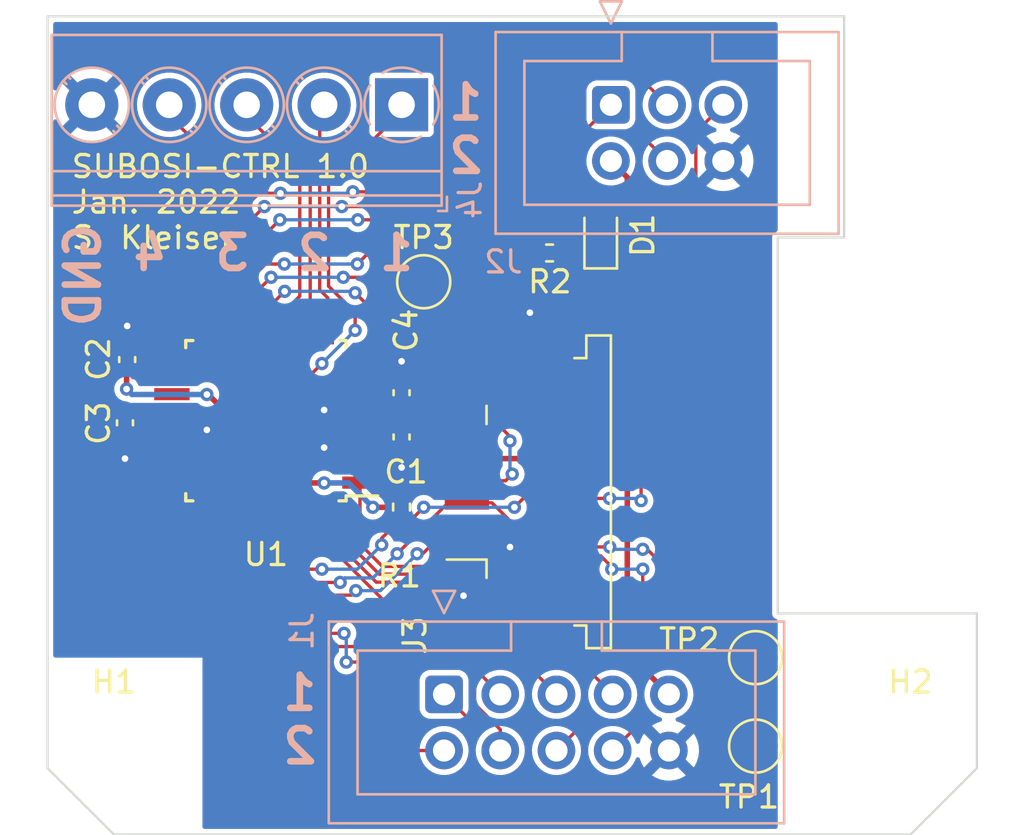
<source format=kicad_pcb>
(kicad_pcb (version 20211014) (generator pcbnew)
  (layers (0 "F.Cu" signal) (31 "B.Cu" signal) (34 "B.Paste" user) (35 "F.Paste" user) (36 "B.SilkS" user "B.Silkscreen") (37 "F.SilkS" user "F.Silkscreen") (38 "B.Mask" user) (39 "F.Mask" user) (44 "Edge.Cuts" user))
  (net 0 "")
  (net 1 "VCC")
  (net 2 "GND")
  (net 3 "Net-(C3-Pad1)")
  (net 4 "Net-(D1-Pad1)")
  (net 5 "Net-(J1-Pad3)")
  (net 6 "Net-(J1-Pad5)")
  (net 7 "Net-(J1-Pad7)")
  (net 8 "Net-(J1-Pad2)")
  (net 9 "Net-(J1-Pad4)")
  (net 10 "Net-(J1-Pad6)")
  (net 11 "Net-(J1-Pad8)")
  (net 12 "Net-(J2-Pad1)")
  (net 13 "Net-(J2-Pad3)")
  (net 14 "Net-(J1-Pad1)")
  (net 15 "Net-(J2-Pad4)")
  (net 16 "/RST")
  (net 17 "/WKUP")
  (net 18 "/LED")
  (net 19 "Net-(R2-Pad2)")
  (net 20 "Net-(J4-Pad1)")
  (net 21 "Net-(J4-Pad2)")
  (net 22 "Net-(J4-Pad3)")
  (net 25 "Net-(J4-Pad4)")
  (net 28 "/SDA")
  (net 29 "/SCL")
  (footprint "Resistor_SMD:R_0402_1005Metric" (layer "F.Cu") (at 133 95.19 90)
    (fp_text reference "R1" (at -3.11 -0.1 180) (layer "F.SilkS"))
    (fp_text value "10k")
    (fp_line (start -0.153641 0.38) (end 0.153641 0.38) (layer "F.SilkS") (width 0.12))
    (fp_line (start -0.153641 -0.38) (end 0.153641 -0.38) (layer "F.SilkS") (width 0.12))
    (pad "1" smd roundrect locked (at -0.51 0 90) (size 0.54 0.64) (layers "F.Cu" "F.Paste" "F.Mask") (net 16 "/RST"))
    (pad "2" smd roundrect locked (at 0.51 0 90) (size 0.54 0.64) (layers "F.Cu" "F.Paste" "F.Mask") (net 1 "VCC"))
  )
  (footprint "Resistor_SMD:R_0402_1005Metric" (layer "F.Cu") (at 139.69 83.7 180)
    (fp_text reference "R2" (at -0.01 -1.3) (layer "F.SilkS"))
    (fp_text value "220")
    (fp_line (start -0.153641 0.38) (end 0.153641 0.38) (layer "F.SilkS") (width 0.12))
    (fp_line (start -0.153641 -0.38) (end 0.153641 -0.38) (layer "F.SilkS") (width 0.12))
    (pad "1" smd roundrect locked (at -0.51 0 180) (size 0.54 0.64) (layers "F.Cu" "F.Paste" "F.Mask") (net 4 "Net-(D1-Pad1)"))
    (pad "2" smd roundrect locked (at 0.51 0 180) (size 0.54 0.64) (layers "F.Cu" "F.Paste" "F.Mask") (net 19 "Net-(R2-Pad2)"))
  )
  (footprint "Capacitor_SMD:C_0402_1005Metric" (layer "F.Cu") (at 133 92.02 -90)
    (fp_text reference "C1" (at 1.58 -0.2 180) (layer "F.SilkS"))
    (fp_text value "100n")
    (fp_line (start -0.107836 0.36) (end 0.107836 0.36) (layer "F.SilkS") (width 0.12))
    (fp_line (start -0.107836 -0.36) (end 0.107836 -0.36) (layer "F.SilkS") (width 0.12))
    (pad "1" smd roundrect locked (at -0.48 0 270) (size 0.56 0.62) (layers "F.Cu" "F.Paste" "F.Mask") (net 1 "VCC"))
    (pad "2" smd roundrect locked (at 0.48 0 270) (size 0.56 0.62) (layers "F.Cu" "F.Paste" "F.Mask") (net 2 "GND"))
  )
  (footprint "Capacitor_SMD:C_0402_1005Metric" (layer "F.Cu") (at 120.5 91.38 -90)
    (fp_text reference "C3" (at 0.02 1.2 90) (layer "F.SilkS"))
    (fp_text value "100n")
    (fp_line (start -0.107836 -0.36) (end 0.107836 -0.36) (layer "F.SilkS") (width 0.12))
    (fp_line (start -0.107836 0.36) (end 0.107836 0.36) (layer "F.SilkS") (width 0.12))
    (pad "1" smd roundrect locked (at -0.48 0 270) (size 0.56 0.62) (layers "F.Cu" "F.Paste" "F.Mask") (net 3 "Net-(C3-Pad1)"))
    (pad "2" smd roundrect locked (at 0.48 0 270) (size 0.56 0.62) (layers "F.Cu" "F.Paste" "F.Mask") (net 2 "GND"))
  )
  (footprint "MountingHole:MountingHole_2.2mm_M2_ISO14580" (layer "F.Cu") (at 120 106)
    (fp_text reference "H1" (at 0 -2.9) (layer "F.SilkS"))
    (fp_text value "MountingHole")
    (pad "" np_thru_hole circle locked (at 0 0) (size 2.2 2.2) (drill 2.2) (layers *.Cu *.Mask))
  )
  (footprint "TestPoint:TestPoint_Pad_D2.0mm" (layer "F.Cu") (at 134 85)
    (fp_text reference "TP3" (at 0 -1.998) (layer "F.SilkS"))
    (fp_text value "TestPoint")
    (fp_circle (center 0 0) (end 0 1.2) (layer "F.SilkS") (width 0.12) (fill none))
    (pad "1" smd circle locked (at 0 0) (size 2 2) (layers "F.Cu" "F.Mask") (net 17 "/WKUP"))
  )
  (footprint "TestPoint:TestPoint_Pad_D2.0mm" (layer "F.Cu") (at 149 102)
    (fp_text reference "TP2" (at -3 -0.8 180) (layer "F.SilkS"))
    (fp_text value "TestPoint")
    (fp_circle (center 0 0) (end 0 1.2) (layer "F.SilkS") (width 0.12) (fill none))
    (pad "1" smd circle locked (at 0 0) (size 2 2) (layers "F.Cu" "F.Mask") (net 29 "/SCL"))
  )
  (footprint "Connector_FFC-FPC:TE_84953-6_1x06-1MP_P1.0mm_Horizontal" (layer "F.Cu") (at 137.75 94.5 90)
    (fp_text reference "J3" (at -6.5 -4.15 90) (layer "F.SilkS"))
    (fp_text value "Conn_01x06_MountingPin")
    (fp_line (start -7.07 3.6) (end -6.045 3.6) (layer "F.SilkS") (width 0.12))
    (fp_line (start 7.07 4.71) (end -7.07 4.71) (layer "F.SilkS") (width 0.12))
    (fp_line (start -3.065 -0.91) (end -3.065 -2.71) (layer "F.SilkS") (width 0.12))
    (fp_line (start 6.045 3.6) (end 7.07 3.6) (layer "F.SilkS") (width 0.12))
    (fp_line (start -3.89 -0.91) (end -3.065 -0.91) (layer "F.SilkS") (width 0.12))
    (fp_line (start 7.07 3.6) (end 7.07 4.71) (layer "F.SilkS") (width 0.12))
    (fp_line (start -6.045 3.6) (end -6.045 3.06) (layer "F.SilkS") (width 0.12))
    (fp_line (start 6.045 3.06) (end 6.045 3.6) (layer "F.SilkS") (width 0.12))
    (fp_line (start 3.065 -0.91) (end 3.89 -0.91) (layer "F.SilkS") (width 0.12))
    (fp_line (start -7.07 4.71) (end -7.07 3.6) (layer "F.SilkS") (width 0.12))
    (pad "1" smd rect locked (at -2.5 -1.8 90) (size 0.61 2) (layers "F.Cu" "F.Paste" "F.Mask") (net 2 "GND"))
    (pad "2" smd rect locked (at -1.5 -1.8 90) (size 0.61 2) (layers "F.Cu" "F.Paste" "F.Mask") (net 28 "/SDA"))
    (pad "3" smd rect locked (at -0.5 -1.8 90) (size 0.61 2) (layers "F.Cu" "F.Paste" "F.Mask") (net 29 "/SCL"))
    (pad "4" smd rect locked (at 0.5 -1.8 90) (size 0.61 2) (layers "F.Cu" "F.Paste" "F.Mask") (net 17 "/WKUP"))
    (pad "5" smd rect locked (at 1.5 -1.8 90) (size 0.61 2) (layers "F.Cu" "F.Paste" "F.Mask") (net 1 "VCC"))
    (pad "6" smd rect locked (at 2.5 -1.8 90) (size 0.61 2) (layers "F.Cu" "F.Paste" "F.Mask") (net 18 "/LED"))
    (pad "MP" smd rect locked (at 5.49 1 90) (size 2.68 3.6) (layers "F.Cu" "F.Paste" "F.Mask") (net 2 "GND"))
    (pad "MP" smd rect locked (at -5.49 1 90) (size 2.68 3.6) (layers "F.Cu" "F.Paste" "F.Mask") (net 2 "GND"))
  )
  (footprint "TestPoint:TestPoint_Pad_D2.0mm" (layer "F.Cu") (at 149 106)
    (fp_text reference "TP1" (at -0.3 2.3 180) (layer "F.SilkS"))
    (fp_text value "TestPoint")
    (fp_circle (center 0 0) (end 0 1.2) (layer "F.SilkS") (width 0.12) (fill none))
    (pad "1" smd circle locked (at 0 0) (size 2 2) (layers "F.Cu" "F.Mask") (net 28 "/SDA"))
  )
  (footprint "MountingHole:MountingHole_2.2mm_M2_ISO14580" (layer "F.Cu") (at 156 106)
    (fp_text reference "H2" (at 0 -2.9) (layer "F.SilkS"))
    (fp_text value "MountingHole")
    (pad "" np_thru_hole circle locked (at 0 0) (size 2.2 2.2) (drill 2.2) (layers *.Cu *.Mask))
  )
  (footprint "Package_QFP:TQFP-32_7x7mm_P0.8mm" (layer "F.Cu") (at 126.87 91.284328 180)
    (fp_text reference "U1" (at 0 -6.05) (layer "F.SilkS"))
    (fp_text value "ATmega48-20A")
    (fp_line (start 3.625 3.625) (end 3.625 3.3) (layer "F.SilkS") (width 0.15))
    (fp_line (start -3.625 -3.625) (end -3.3 -3.625) (layer "F.SilkS") (width 0.15))
    (fp_line (start -3.625 3.625) (end -3.625 3.3) (layer "F.SilkS") (width 0.15))
    (fp_line (start -3.625 -3.625) (end -3.625 -3.4) (layer "F.SilkS") (width 0.15))
    (fp_line (start 3.625 -3.625) (end 3.625 -3.3) (layer "F.SilkS") (width 0.15))
    (fp_line (start 3.625 -3.625) (end 3.3 -3.625) (layer "F.SilkS") (width 0.15))
    (fp_line (start 3.625 3.625) (end 3.3 3.625) (layer "F.SilkS") (width 0.15))
    (fp_line (start -3.625 3.625) (end -3.3 3.625) (layer "F.SilkS") (width 0.15))
    (fp_line (start -3.625 -3.4) (end -5.05 -3.4) (layer "F.SilkS") (width 0.15))
    (pad "1" smd rect locked (at -4.25 -2.8 180) (size 1.6 0.55) (layers "F.Cu" "F.Paste" "F.Mask") (net 11 "Net-(J1-Pad8)"))
    (pad "2" smd rect locked (at -4.25 -2 180) (size 1.6 0.55) (layers "F.Cu" "F.Paste" "F.Mask") (net 20 "Net-(J4-Pad1)"))
    (pad "3" smd rect locked (at -4.25 -1.2 180) (size 1.6 0.55) (layers "F.Cu" "F.Paste" "F.Mask") (net 2 "GND"))
    (pad "4" smd rect locked (at -4.25 -0.4 180) (size 1.6 0.55) (layers "F.Cu" "F.Paste" "F.Mask") (net 1 "VCC"))
    (pad "5" smd rect locked (at -4.25 0.4 180) (size 1.6 0.55) (layers "F.Cu" "F.Paste" "F.Mask") (net 2 "GND"))
    (pad "6" smd rect locked (at -4.25 1.2 180) (size 1.6 0.55) (layers "F.Cu" "F.Paste" "F.Mask") (net 1 "VCC"))
    (pad "7" smd rect locked (at -4.25 2 180) (size 1.6 0.55) (layers "F.Cu" "F.Paste" "F.Mask"))
    (pad "8" smd rect locked (at -4.25 2.8 180) (size 1.6 0.55) (layers "F.Cu" "F.Paste" "F.Mask"))
    (pad "9" smd rect locked (at -2.8 4.25 270) (size 1.6 0.55) (layers "F.Cu" "F.Paste" "F.Mask") (net 21 "Net-(J4-Pad2)"))
    (pad "10" smd rect locked (at -2 4.25 270) (size 1.6 0.55) (layers "F.Cu" "F.Paste" "F.Mask") (net 22 "Net-(J4-Pad3)"))
    (pad "11" smd rect locked (at -1.2 4.25 270) (size 1.6 0.55) (layers "F.Cu" "F.Paste" "F.Mask") (net 25 "Net-(J4-Pad4)"))
    (pad "12" smd rect locked (at -0.4 4.25 270) (size 1.6 0.55) (layers "F.Cu" "F.Paste" "F.Mask") (net 18 "/LED"))
    (pad "13" smd rect locked (at 0.4 4.25 270) (size 1.6 0.55) (layers "F.Cu" "F.Paste" "F.Mask") (net 17 "/WKUP"))
    (pad "14" smd rect locked (at 1.2 4.25 270) (size 1.6 0.55) (layers "F.Cu" "F.Paste" "F.Mask") (net 19 "Net-(R2-Pad2)"))
    (pad "15" smd rect locked (at 2 4.25 270) (size 1.6 0.55) (layers "F.Cu" "F.Paste" "F.Mask") (net 15 "Net-(J2-Pad4)"))
    (pad "16" smd rect locked (at 2.8 4.25 270) (size 1.6 0.55) (layers "F.Cu" "F.Paste" "F.Mask") (net 12 "Net-(J2-Pad1)"))
    (pad "17" smd rect locked (at 4.25 2.8 180) (size 1.6 0.55) (layers "F.Cu" "F.Paste" "F.Mask") (net 13 "Net-(J2-Pad3)"))
    (pad "18" smd rect locked (at 4.25 2 180) (size 1.6 0.55) (layers "F.Cu" "F.Paste" "F.Mask") (net 1 "VCC"))
    (pad "19" smd rect locked (at 4.25 1.2 180) (size 1.6 0.55) (layers "F.Cu" "F.Paste" "F.Mask"))
    (pad "20" smd rect locked (at 4.25 0.4 180) (size 1.6 0.55) (layers "F.Cu" "F.Paste" "F.Mask") (net 3 "Net-(C3-Pad1)"))
    (pad "21" smd rect locked (at 4.25 -0.4 180) (size 1.6 0.55) (layers "F.Cu" "F.Paste" "F.Mask") (net 2 "GND"))
    (pad "22" smd rect locked (at 4.25 -1.2 180) (size 1.6 0.55) (layers "F.Cu" "F.Paste" "F.Mask"))
    (pad "23" smd rect locked (at 4.25 -2 180) (size 1.6 0.55) (layers "F.Cu" "F.Paste" "F.Mask") (net 14 "Net-(J1-Pad1)"))
    (pad "24" smd rect locked (at 4.25 -2.8 180) (size 1.6 0.55) (layers "F.Cu" "F.Paste" "F.Mask") (net 8 "Net-(J1-Pad2)"))
    (pad "25" smd rect locked (at 2.8 -4.25 270) (size 1.6 0.55) (layers "F.Cu" "F.Paste" "F.Mask") (net 5 "Net-(J1-Pad3)"))
    (pad "26" smd rect locked (at 2 -4.25 270) (size 1.6 0.55) (layers "F.Cu" "F.Paste" "F.Mask") (net 9 "Net-(J1-Pad4)"))
    (pad "27" smd rect locked (at 1.2 -4.25 270) (size 1.6 0.55) (layers "F.Cu" "F.Paste" "F.Mask") (net 28 "/SDA"))
    (pad "28" smd rect locked (at 0.4 -4.25 270) (size 1.6 0.55) (layers "F.Cu" "F.Paste" "F.Mask") (net 29 "/SCL"))
    (pad "29" smd rect locked (at -0.4 -4.25 270) (size 1.6 0.55) (layers "F.Cu" "F.Paste" "F.Mask") (net 16 "/RST"))
    (pad "30" smd rect locked (at -1.2 -4.25 270) (size 1.6 0.55) (layers "F.Cu" "F.Paste" "F.Mask") (net 6 "Net-(J1-Pad5)"))
    (pad "31" smd rect locked (at -2 -4.25 270) (size 1.6 0.55) (layers "F.Cu" "F.Paste" "F.Mask") (net 10 "Net-(J1-Pad6)"))
    (pad "32" smd rect locked (at -2.8 -4.25 270) (size 1.6 0.55) (layers "F.Cu" "F.Paste" "F.Mask") (net 7 "Net-(J1-Pad7)"))
  )
  (footprint "Capacitor_SMD:C_0402_1005Metric" (layer "F.Cu") (at 133 90.02 90)
    (fp_text reference "C4" (at 2.82 0.2 90) (layer "F.SilkS"))
    (fp_text value "10u")
    (fp_line (start -0.107836 0.36) (end 0.107836 0.36) (layer "F.SilkS") (width 0.12))
    (fp_line (start -0.107836 -0.36) (end 0.107836 -0.36) (layer "F.SilkS") (width 0.12))
    (pad "1" smd roundrect locked (at -0.48 0 90) (size 0.56 0.62) (layers "F.Cu" "F.Paste" "F.Mask") (net 1 "VCC"))
    (pad "2" smd roundrect locked (at 0.48 0 90) (size 0.56 0.62) (layers "F.Cu" "F.Paste" "F.Mask") (net 2 "GND"))
  )
  (footprint "LED_SMD:LED_0603_1608Metric" (layer "F.Cu") (at 142 82.9125 90)
    (fp_text reference "D1" (at 0.0125 1.9 90) (layer "F.SilkS"))
    (fp_text value "LED")
    (fp_line (start -1.485 -0.735) (end -1.485 0.735) (layer "F.SilkS") (width 0.12))
    (fp_line (start -1.485 0.735) (end 0.8 0.735) (layer "F.SilkS") (width 0.12))
    (fp_line (start 0.8 -0.735) (end -1.485 -0.735) (layer "F.SilkS") (width 0.12))
    (pad "1" smd roundrect locked (at -0.7875 0 90) (size 0.875 0.95) (layers "F.Cu" "F.Paste" "F.Mask") (net 4 "Net-(D1-Pad1)"))
    (pad "2" smd roundrect locked (at 0.7875 0 90) (size 0.875 0.95) (layers "F.Cu" "F.Paste" "F.Mask") (net 1 "VCC"))
  )
  (footprint "Capacitor_SMD:C_0402_1005Metric" (layer "F.Cu") (at 120.6 88.52 90)
    (fp_text reference "C2" (at 0.02 -1.3 90) (layer "F.SilkS"))
    (fp_text value "100n")
    (fp_line (start -0.107836 0.36) (end 0.107836 0.36) (layer "F.SilkS") (width 0.12))
    (fp_line (start -0.107836 -0.36) (end 0.107836 -0.36) (layer "F.SilkS") (width 0.12))
    (pad "1" smd roundrect locked (at -0.48 0 90) (size 0.56 0.62) (layers "F.Cu" "F.Paste" "F.Mask") (net 1 "VCC"))
    (pad "2" smd roundrect locked (at 0.48 0 90) (size 0.56 0.62) (layers "F.Cu" "F.Paste" "F.Mask") (net 2 "GND"))
  )
  (footprint "TerminalBlock_Phoenix:TerminalBlock_Phoenix_PT-1,5-5-3.5-H_1x05_P3.50mm_Horizontal" (layer "B.Cu") (at 133 77 180)
    (fp_text reference "J4" (at -3.1 -4.3 270) (layer "B.SilkS") (effects (justify mirror)))
    (fp_text value "IN")
    (fp_line (start -1.81 -4.56) (end 15.81 -4.56) (layer "B.SilkS") (width 0.12))
    (fp_line (start 8.275 1.069) (end 8.146 0.941) (layer "B.SilkS") (width 0.12))
    (fp_line (start 4.57 1.275) (end 4.476 1.181) (layer "B.SilkS") (width 0.12))
    (fp_line (start 12.855 -0.941) (end 12.726 -1.069) (layer "B.SilkS") (width 0.12))
    (fp_line (start 5.855 -0.941) (end 5.726 -1.069) (layer "B.SilkS") (width 0.12))
    (fp_line (start 11.57 1.275) (end 11.476 1.181) (layer "B.SilkS") (width 0.12))
    (fp_line (start 2.525 -1.181) (end 2.431 -1.274) (layer "B.SilkS") (width 0.12))
    (fp_line (start 15.07 1.275) (end 14.976 1.181) (layer "B.SilkS") (width 0.12))
    (fp_line (start 9.355 -0.941) (end 9.226 -1.069) (layer "B.SilkS") (width 0.12))
    (fp_line (start 13.025 -1.181) (end 12.931 -1.274) (layer "B.SilkS") (width 0.12))
    (fp_line (start 2.355 -0.941) (end 2.226 -1.069) (layer "B.SilkS") (width 0.12))
    (fp_line (start -1.81 3.16) (end -1.81 -4.56) (layer "B.SilkS") (width 0.12))
    (fp_line (start -2.05 -4.16) (end -2.05 -4.8) (layer "B.SilkS") (width 0.12))
    (fp_line (start -1.81 3.16) (end 15.81 3.16) (layer "B.SilkS") (width 0.12))
    (fp_line (start 15.275 1.069) (end 15.146 0.941) (layer "B.SilkS") (width 0.12))
    (fp_line (start 8.07 1.275) (end 7.976 1.181) (layer "B.SilkS") (width 0.12))
    (fp_line (start 4.775 1.069) (end 4.646 0.941) (layer "B.SilkS") (width 0.12))
    (fp_line (start 9.525 -1.181) (end 9.431 -1.274) (layer "B.SilkS") (width 0.12))
    (fp_line (start -1.81 -4.1) (end 15.81 -4.1) (layer "B.SilkS") (width 0.12))
    (fp_line (start 6.025 -1.181) (end 5.931 -1.274) (layer "B.SilkS") (width 0.12))
    (fp_line (start -2.05 -4.8) (end -1.65 -4.8) (layer "B.SilkS") (width 0.12))
    (fp_line (start 15.81 3.16) (end 15.81 -4.56) (layer "B.SilkS") (width 0.12))
    (fp_line (start -1.81 -3) (end 15.81 -3) (layer "B.SilkS") (width 0.12))
    (fp_line (start 11.775 1.069) (end 11.646 0.941) (layer "B.SilkS") (width 0.12))
    (fp_arc (start -1.44 0.866) (mid -1.680286 -0.014012) (end -1.425358 -0.889894) (layer "B.SilkS") (width 0.12))
    (fp_arc (start 0.866 1.44) (mid -0.014012 1.680286) (end -0.889894 1.425358) (layer "B.SilkS") (width 0.12))
    (fp_arc (start 0 -1.68) (mid 0.463071 -1.61492) (end 0.890264 -1.424721) (layer "B.SilkS") (width 0.12))
    (fp_arc (start 1.425 -0.891) (mid 1.680627 -0.000476) (end 1.425504 0.890193) (layer "B.SilkS") (width 0.12))
    (fp_arc (start -0.866 -1.44) (mid -0.435535 -1.622919) (end 0.028674 -1.680099) (layer "B.SilkS") (width 0.12))
    (fp_circle (center 3.5 0) (end 5.18 0) (layer "B.SilkS") (width 0.12) (fill none))
    (fp_circle (center 10.5 0) (end 12.18 0) (layer "B.SilkS") (width 0.12) (fill none))
    (fp_circle (center 7 0) (end 8.68 0) (layer "B.SilkS") (width 0.12) (fill none))
    (fp_circle (center 14 0) (end 15.68 0) (layer "B.SilkS") (width 0.12) (fill none))
    (pad "1" thru_hole rect locked (at 0 0 180) (size 2.4 2.4) (drill 1.2) (layers *.Cu *.Mask) (net 20 "Net-(J4-Pad1)"))
    (pad "2" thru_hole circle locked (at 3.5 0 180) (size 2.4 2.4) (drill 1.2) (layers *.Cu *.Mask) (net 21 "Net-(J4-Pad2)"))
    (pad "3" thru_hole circle locked (at 7 0 180) (size 2.4 2.4) (drill 1.2) (layers *.Cu *.Mask) (net 22 "Net-(J4-Pad3)"))
    (pad "4" thru_hole circle locked (at 10.5 0 180) (size 2.4 2.4) (drill 1.2) (layers *.Cu *.Mask) (net 25 "Net-(J4-Pad4)"))
    (pad "5" thru_hole circle locked (at 14 0 180) (size 2.4 2.4) (drill 1.2) (layers *.Cu *.Mask) (net 2 "GND"))
  )
  (footprint "Connector_IDC:IDC-Header_2x05_P2.54mm_Vertical" (layer "B.Cu") (at 134.92 103.66 -90)
    (fp_text reference "J1" (at -2.86 6.42 90) (layer "B.SilkS") (effects (justify mirror)))
    (fp_text value "IO")
    (fp_line (start -3.29 -3.03) (end -1.98 -3.03) (layer "B.SilkS") (width 0.12))
    (fp_line (start -4.68 -0.5) (end -3.68 0) (layer "B.SilkS") (width 0.12))
    (fp_line (start -3.29 5.21) (end 5.83 5.21) (layer "B.SilkS") (width 0.12))
    (fp_line (start -4.68 0.5) (end -4.68 -0.5) (layer "B.SilkS") (width 0.12))
    (fp_line (start -1.98 -14.07) (end -1.98 -7.13) (layer "B.SilkS") (width 0.12))
    (fp_line (start -1.98 -7.13) (end -1.98 -7.13) (layer "B.SilkS") (width 0.12))
    (fp_line (start -3.29 -15.37) (end -3.29 5.21) (layer "B.SilkS") (width 0.12))
    (fp_line (start 4.52 3.91) (end 4.52 -14.07) (layer "B.SilkS") (width 0.12))
    (fp_line (start -1.98 -3.03) (end -1.98 3.91) (layer "B.SilkS") (width 0.12))
    (fp_line (start 5.83 5.21) (end 5.83 -15.37) (layer "B.SilkS") (width 0.12))
    (fp_line (start -3.68 0) (end -4.68 0.5) (layer "B.SilkS") (width 0.12))
    (fp_line (start -1.98 -7.13) (end -3.29 -7.13) (layer "B.SilkS") (width 0.12))
    (fp_line (start 4.52 -14.07) (end -1.98 -14.07) (layer "B.SilkS") (width 0.12))
    (fp_line (start 5.83 -15.37) (end -3.29 -15.37) (layer "B.SilkS") (width 0.12))
    (fp_line (start -1.98 3.91) (end 4.52 3.91) (layer "B.SilkS") (width 0.12))
    (pad "1" thru_hole roundrect locked (at 0 0 270) (size 1.7 1.7) (drill 1) (layers *.Cu *.Mask) (roundrect_rratio 0.1470588235) (net 14 "Net-(J1-Pad1)"))
    (pad "2" thru_hole circle locked (at 2.54 0 270) (size 1.7 1.7) (drill 1) (layers *.Cu *.Mask) (net 8 "Net-(J1-Pad2)"))
    (pad "3" thru_hole circle locked (at 0 -2.54 270) (size 1.7 1.7) (drill 1) (layers *.Cu *.Mask) (net 5 "Net-(J1-Pad3)"))
    (pad "4" thru_hole circle locked (at 2.54 -2.54 270) (size 1.7 1.7) (drill 1) (layers *.Cu *.Mask) (net 9 "Net-(J1-Pad4)"))
    (pad "5" thru_hole circle locked (at 0 -5.08 270) (size 1.7 1.7) (drill 1) (layers *.Cu *.Mask) (net 6 "Net-(J1-Pad5)"))
    (pad "6" thru_hole circle locked (at 2.54 -5.08 270) (size 1.7 1.7) (drill 1) (layers *.Cu *.Mask) (net 10 "Net-(J1-Pad6)"))
    (pad "7" thru_hole circle locked (at 0 -7.62 270) (size 1.7 1.7) (drill 1) (layers *.Cu *.Mask) (net 7 "Net-(J1-Pad7)"))
    (pad "8" thru_hole circle locked (at 2.54 -7.62 270) (size 1.7 1.7) (drill 1) (layers *.Cu *.Mask) (net 11 "Net-(J1-Pad8)"))
    (pad "9" thru_hole circle locked (at 0 -10.16 270) (size 1.7 1.7) (drill 1) (layers *.Cu *.Mask) (net 1 "VCC"))
    (pad "10" thru_hole circle locked (at 2.54 -10.16 270) (size 1.7 1.7) (drill 1) (layers *.Cu *.Mask) (net 2 "GND"))
  )
  (footprint "Connector_IDC:IDC-Header_2x03_P2.54mm_Vertical" (layer "B.Cu") (at 142.46 77 -90)
    (fp_text reference "J2" (at 7.1 4.86 180) (layer "B.SilkS") (effects (justify mirror)))
    (fp_text value "AVR-ISP-6")
    (fp_line (start 4.52 3.91) (end 4.52 -8.99) (layer "B.SilkS") (width 0.12))
    (fp_line (start 4.52 -8.99) (end -1.98 -8.99) (layer "B.SilkS") (width 0.12))
    (fp_line (start 5.83 -10.29) (end -3.29 -10.29) (layer "B.SilkS") (width 0.12))
    (fp_line (start -3.68 0) (end -4.68 0.5) (layer "B.SilkS") (width 0.12))
    (fp_line (start -3.29 -0.49) (end -1.98 -0.49) (layer "B.SilkS") (width 0.12))
    (fp_line (start -3.29 5.21) (end 5.83 5.21) (layer "B.SilkS") (width 0.12))
    (fp_line (start -1.98 -4.59) (end -1.98 -4.59) (layer "B.SilkS") (width 0.12))
    (fp_line (start 5.83 5.21) (end 5.83 -10.29) (layer "B.SilkS") (width 0.12))
    (fp_line (start -1.98 -8.99) (end -1.98 -4.59) (layer "B.SilkS") (width 0.12))
    (fp_line (start -1.98 3.91) (end 4.52 3.91) (layer "B.SilkS") (width 0.12))
    (fp_line (start -1.98 -0.49) (end -1.98 3.91) (layer "B.SilkS") (width 0.12))
    (fp_line (start -1.98 -4.59) (end -3.29 -4.59) (layer "B.SilkS") (width 0.12))
    (fp_line (start -4.68 -0.5) (end -3.68 0) (layer "B.SilkS") (width 0.12))
    (fp_line (start -4.68 0.5) (end -4.68 -0.5) (layer "B.SilkS") (width 0.12))
    (fp_line (start -3.29 -10.29) (end -3.29 5.21) (layer "B.SilkS") (width 0.12))
    (pad "1" thru_hole roundrect locked (at 0 0 270) (size 1.7 1.7) (drill 1) (layers *.Cu *.Mask) (roundrect_rratio 0.1470588235) (net 12 "Net-(J2-Pad1)"))
    (pad "2" thru_hole circle locked (at 2.54 0 270) (size 1.7 1.7) (drill 1) (layers *.Cu *.Mask) (net 1 "VCC"))
    (pad "3" thru_hole circle locked (at 0 -2.54 270) (size 1.7 1.7) (drill 1) (layers *.Cu *.Mask) (net 13 "Net-(J2-Pad3)"))
    (pad "4" thru_hole circle locked (at 2.54 -2.54 270) (size 1.7 1.7) (drill 1) (layers *.Cu *.Mask) (net 15 "Net-(J2-Pad4)"))
    (pad "5" thru_hole circle locked (at 0 -5.08 270) (size 1.7 1.7) (drill 1) (layers *.Cu *.Mask) (net 16 "/RST"))
    (pad "6" thru_hole circle locked (at 2.54 -5.08 270) (size 1.7 1.7) (drill 1) (layers *.Cu *.Mask) (net 2 "GND"))
  )
  (gr_line (start 117 73) (end 153 73) (layer "Edge.Cuts") (width 0.1))
  (gr_line (start 156 110) (end 159 107) (layer "Edge.Cuts") (width 0.1))
  (gr_line (start 156 110) (end 120 110) (layer "Edge.Cuts") (width 0.1))
  (gr_line (start 159 107) (end 159 100) (layer "Edge.Cuts") (width 0.1))
  (gr_line (start 153 83) (end 153 73) (layer "Edge.Cuts") (width 0.1))
  (gr_line (start 120 110) (end 117 107) (layer "Edge.Cuts") (width 0.1))
  (gr_line (start 117 107) (end 117 73) (layer "Edge.Cuts") (width 0.1))
  (gr_line (start 159 100) (end 150 100) (layer "Edge.Cuts") (width 0.1))
  (gr_line (start 150 100) (end 150 83) (layer "Edge.Cuts") (width 0.1))
  (gr_line (start 150 83) (end 153 83) (layer "Edge.Cuts") (width 0.1))
  (gr_text "GND" (at 118.6 84.7 90) (layer "B.SilkS") (effects (font (size 1.5 1.5) (thickness 0.3)) (justify mirror)))
  (gr_text "1  2  3  4" (at 127.2 83.7) (layer "B.SilkS") (effects (font (size 1.5 1.5) (thickness 0.3)) (justify mirror)))
  (gr_text "1\n2" (at 128.4 104.8) (layer "B.SilkS") (effects (font (size 1.5 1.5) (thickness 0.3)) (justify mirror)))
  (gr_text "1\n2" (at 135.9 78.1) (layer "B.SilkS") (effects (font (size 1.5 1.5) (thickness 0.3)) (justify mirror)))
  (gr_text "SUBOSI-CTRL 1.0\nJan. 2022\nS. Kleiser" (at 118 81.4) (layer "F.SilkS") (effects (font (size 1 1)) (justify left)))
  (segment (start 132.184328 90.084328) (end 132.6 90.5) (width 0.25) (layer "F.Cu") (net 1))
  (segment (start 133 91.54) (end 133.24 91.54) (width 0.25) (layer "F.Cu") (net 1))
  (segment (start 133.9 92.2) (end 133.9 93) (width 0.25) (layer "F.Cu") (net 1))
  (segment (start 132.855672 91.684328) (end 133 91.54) (width 0.25) (layer "F.Cu") (net 1))
  (segment (start 132.4 95.2) (end 131.7 95.2) (width 0.25) (layer "F.Cu") (net 1))
  (segment (start 133.9 93.7) (end 132.4 95.2) (width 0.25) (layer "F.Cu") (net 1))
  (segment (start 120.5716 89.0284) (end 120.6 89) (width 0.25) (layer "F.Cu") (net 1))
  (segment (start 133 90.5) (end 133 91.54) (width 0.25) (layer "F.Cu") (net 1))
  (segment (start 143.199502 80.279502) (end 143.199502 82.199502) (width 0.25) (layer "F.Cu") (net 1))
  (segment (start 132.6 90.5) (end 133 90.5) (width 0.25) (layer "F.Cu") (net 1))
  (segment (start 128.259694 94.1) (end 124.259694 90.1) (width 0.25) (layer "F.Cu") (net 1))
  (segment (start 131.12 90.084328) (end 132.184328 90.084328) (width 0.25) (layer "F.Cu") (net 1))
  (segment (start 120.5716 89.8537) (end 120.5716 89.0284) (width 0.25) (layer "F.Cu") (net 1))
  (segment (start 143.2 101.78) (end 145.08 103.66) (width 0.25) (layer "F.Cu") (net 1))
  (segment (start 129.5 94.1) (end 128.259694 94.1) (width 0.25) (layer "F.Cu") (net 1))
  (segment (start 131.12 91.684328) (end 132.855672 91.684328) (width 0.25) (layer "F.Cu") (net 1))
  (segment (start 142 82.125) (end 143.125 82.125) (width 0.25) (layer "F.Cu") (net 1))
  (segment (start 143.199502 82.199502) (end 143.199502 92.999502) (width 0.25) (layer "F.Cu") (net 1))
  (segment (start 124.259694 90.1) (end 124.2 90.1) (width 0.25) (layer "F.Cu") (net 1))
  (segment (start 135.95 93) (end 133.9 93) (width 0.25) (layer "F.Cu") (net 1))
  (segment (start 142.46 79.54) (end 143.199502 80.279502) (width 0.25) (layer "F.Cu") (net 1))
  (segment (start 133.9 93) (end 133.9 93.7) (width 0.25) (layer "F.Cu") (net 1))
  (segment (start 135.95 93) (end 143.2 93) (width 0.25) (layer "F.Cu") (net 1))
  (segment (start 143.125 82.125) (end 143.199502 82.199502) (width 0.25) (layer "F.Cu") (net 1))
  (segment (start 120.884328 89.284328) (end 120.6 89) (width 0.25) (layer "F.Cu") (net 1))
  (segment (start 143.2 93) (end 143.2 101.78) (width 0.25) (layer "F.Cu") (net 1))
  (segment (start 133.24 91.54) (end 133.9 92.2) (width 0.25) (layer "F.Cu") (net 1))
  (segment (start 143.199502 92.999502) (end 143.2 93) (width 0.25) (layer "F.Cu") (net 1))
  (segment (start 133.14 91.54) (end 133 91.54) (width 0.25) (layer "F.Cu") (net 1))
  (segment (start 122.62 89.284328) (end 120.884328 89.284328) (width 0.25) (layer "F.Cu") (net 1))
  (via (at 124.2 90.1) (size 0.6) (drill 0.3) (layers "F.Cu" "B.Cu") (net 1))
  (via (at 120.5716 89.8537) (size 0.6) (drill 0.3) (layers "F.Cu" "B.Cu") (net 1))
  (via (at 131.7 95.2) (size 0.6) (drill 0.3) (layers "F.Cu" "B.Cu") (net 1))
  (via (at 129.5 94.1) (size 0.6) (drill 0.3) (layers "F.Cu" "B.Cu") (net 1))
  (segment (start 124.2 90.1) (end 120.8179 90.1) (width 0.25) (layer "B.Cu") (net 1))
  (segment (start 129.5 94.1) (end 130.6 94.1) (width 0.25) (layer "B.Cu") (net 1))
  (segment (start 130.6 94.1) (end 131.7 95.2) (width 0.25) (layer "B.Cu") (net 1))
  (segment (start 120.8179 90.1) (end 120.5716 89.8537) (width 0.25) (layer "B.Cu") (net 1))
  (segment (start 124.184328 91.684328) (end 124.2 91.7) (width 0.25) (layer "F.Cu") (net 2))
  (segment (start 129.5 92.5) (end 129.515672 92.484328) (width 0.25) (layer "F.Cu") (net 2))
  (segment (start 138.75 99.99) (end 136.59 99.99) (width 0.25) (layer "F.Cu") (net 2))
  (segment (start 129.584328 90.884328) (end 129.5 90.8) (width 0.25) (layer "F.Cu") (net 2))
  (segment (start 133 89.54) (end 133 88.6) (width 0.25) (layer "F.Cu") (net 2))
  (segment (start 129.515672 92.484328) (end 131.12 92.484328) (width 0.25) (layer "F.Cu") (net 2))
  (segment (start 122.62 91.684328) (end 124.184328 91.684328) (width 0.25) (layer "F.Cu") (net 2))
  (segment (start 138.75 86.45) (end 138.8 86.4) (width 0.25) (layer "F.Cu") (net 2))
  (segment (start 133 92.5) (end 133 93.4) (width 0.25) (layer "F.Cu") (net 2))
  (segment (start 120.5 91.86) (end 120.5 93) (width 0.25) (layer "F.Cu") (net 2))
  (segment (start 138.75 89.01) (end 138.75 86.45) (width 0.25) (layer "F.Cu") (net 2))
  (segment (start 131.12 90.884328) (end 129.584328 90.884328) (width 0.25) (layer "F.Cu") (net 2))
  (segment (start 135.95 97) (end 137.9 97) (width 0.25) (layer "F.Cu") (net 2))
  (segment (start 136.59 99.99) (end 135.8 99.2) (width 0.25) (layer "F.Cu") (net 2))
  (segment (start 120.6 88.04) (end 120.6 87) (width 0.25) (layer "F.Cu") (net 2))
  (via (at 124.2 91.7) (size 0.6) (drill 0.3) (layers "F.Cu" "B.Cu") (net 2))
  (via (at 120.6 87) (size 0.6) (drill 0.3) (layers "F.Cu" "B.Cu") (net 2))
  (via (at 137.9 97) (size 0.6) (drill 0.3) (layers "F.Cu" "B.Cu") (net 2))
  (via (at 129.5 90.8) (size 0.6) (drill 0.3) (layers "F.Cu" "B.Cu") (net 2))
  (via (at 120.5 93) (size 0.6) (drill 0.3) (layers "F.Cu" "B.Cu") (net 2))
  (via (at 129.5 92.5) (size 0.6) (drill 0.3) (layers "F.Cu" "B.Cu") (net 2))
  (via (at 138.8 86.4) (size 0.6) (drill 0.3) (layers "F.Cu" "B.Cu") (net 2))
  (via (at 135.8 99.2) (size 0.6) (drill 0.3) (layers "F.Cu" "B.Cu") (net 2))
  (via (at 133 93.4) (size 0.6) (drill 0.3) (layers "F.Cu" "B.Cu") (net 2))
  (via (at 133 88.6) (size 0.6) (drill 0.3) (layers "F.Cu" "B.Cu") (net 2))
  (segment (start 122.62 90.884328) (end 120.515672 90.884328) (width 0.15) (layer "F.Cu") (net 3))
  (segment (start 120.515672 90.884328) (end 120.5 90.9) (width 0.15) (layer "F.Cu") (net 3))
  (segment (start 142 83.7) (end 140.2 83.7) (width 0.15) (layer "F.Cu") (net 4))
  (segment (start 137.46 103.648568) (end 135.310454 101.499022) (width 0.15) (layer "F.Cu") (net 5))
  (segment (start 129.034694 101.499022) (end 124.07 96.534328) (width 0.15) (layer "F.Cu") (net 5))
  (segment (start 124.07 96.534328) (end 124.07 95.534328) (width 0.15) (layer "F.Cu") (net 5))
  (segment (start 137.46 103.66) (end 137.46 103.648568) (width 0.15) (layer "F.Cu") (net 5))
  (segment (start 135.310454 101.499022) (end 129.034694 101.499022) (width 0.15) (layer "F.Cu") (net 5))
  (segment (start 136.555227 102.249511) (end 135.005716 100.7) (width 0.15) (layer "F.Cu") (net 6))
  (segment (start 135.005716 100.7) (end 133.475984 100.7) (width 0.15) (layer "F.Cu") (net 6))
  (segment (start 128.07 96.484328) (end 128.07 95.534328) (width 0.15) (layer "F.Cu") (net 6))
  (segment (start 133.475984 100.7) (end 130.101482 97.325498) (width 0.15) (layer "F.Cu") (net 6))
  (segment (start 128.91117 97.325498) (end 128.07 96.484328) (width 0.15) (layer "F.Cu") (net 6))
  (segment (start 140 103.66) (end 138.589511 102.249511) (width 0.15) (layer "F.Cu") (net 6))
  (segment (start 138.589511 102.249511) (end 136.555227 102.249511) (width 0.15) (layer "F.Cu") (net 6))
  (segment (start 130.101482 97.325498) (end 128.91117 97.325498) (width 0.15) (layer "F.Cu") (net 6))
  (segment (start 131.988563 98.224012) (end 129.67 95.905449) (width 0.15) (layer "F.Cu") (net 7))
  (segment (start 129.67 95.905449) (end 129.67 95.534328) (width 0.15) (layer "F.Cu") (net 7))
  (segment (start 141.39 98.59) (end 141.39 102.51) (width 0.15) (layer "F.Cu") (net 7))
  (segment (start 141.39 102.51) (end 142.54 103.66) (width 0.15) (layer "F.Cu") (net 7))
  (segment (start 141.39 98.59) (end 141.024012 98.224012) (width 0.15) (layer "F.Cu") (net 7))
  (segment (start 141.024012 98.224012) (end 131.988563 98.224012) (width 0.15) (layer "F.Cu") (net 7))
  (segment (start 122.62 94.084328) (end 122.62 95.75835) (width 0.15) (layer "F.Cu") (net 8))
  (segment (start 122.62 95.75835) (end 133.06165 106.2) (width 0.15) (layer "F.Cu") (net 8))
  (segment (start 133.06165 106.2) (end 134.92 106.2) (width 0.15) (layer "F.Cu") (net 8))
  (segment (start 137.46 105.2503) (end 136.3 104.0903) (width 0.15) (layer "F.Cu") (net 9))
  (segment (start 129.235672 100.9) (end 128.967836 100.632164) (width 0.15) (layer "F.Cu") (net 9))
  (segment (start 130.4 100.9) (end 129.235672 100.9) (width 0.15) (layer "F.Cu") (net 9))
  (segment (start 135.51715 102.2) (end 130.5 102.2) (width 0.15) (layer "F.Cu") (net 9))
  (segment (start 128.967836 100.632164) (end 124.87 96.534328) (width 0.15) (layer "F.Cu") (net 9))
  (segment (start 136.3 102.98285) (end 135.51715 102.2) (width 0.15) (layer "F.Cu") (net 9))
  (segment (start 124.87 96.534328) (end 124.87 95.534328) (width 0.15) (layer "F.Cu") (net 9))
  (segment (start 136.3 104.0903) (end 136.3 102.98285) (width 0.15) (layer "F.Cu") (net 9))
  (segment (start 137.46 106.2) (end 137.46 105.2503) (width 0.15) (layer "F.Cu") (net 9))
  (via (at 130.4 100.9) (size 0.6) (drill 0.3) (layers "F.Cu" "B.Cu") (net 9))
  (via (at 130.5 102.2) (size 0.6) (drill 0.3) (layers "F.Cu" "B.Cu") (net 9))
  (segment (start 130.5 101) (end 130.4 100.9) (width 0.15) (layer "B.Cu") (net 9))
  (segment (start 130.5 102.2) (end 130.5 101) (width 0.15) (layer "B.Cu") (net 9))
  (segment (start 128.87 95.534328) (end 128.87 96.484328) (width 0.15) (layer "F.Cu") (net 10))
  (segment (start 140.1 101.9) (end 141.3 103.1) (width 0.15) (layer "F.Cu") (net 10))
  (segment (start 141.3 103.1) (end 141.3 104.9) (width 0.15) (layer "F.Cu") (net 10))
  (segment (start 129.361659 96.975987) (end 130.246255 96.975987) (width 0.15) (layer "F.Cu") (net 10))
  (segment (start 130.246255 96.975987) (end 131.856785 98.586517) (width 0.15) (layer "F.Cu") (net 10))
  (segment (start 131.856785 98.586517) (end 133.386517 98.586517) (width 0.15) (layer "F.Cu") (net 10))
  (segment (start 136.7 101.9) (end 140.1 101.9) (width 0.15) (layer "F.Cu") (net 10))
  (segment (start 128.87 96.484328) (end 129.361659 96.975987) (width 0.15) (layer "F.Cu") (net 10))
  (segment (start 133.386517 98.586517) (end 136.7 101.9) (width 0.15) (layer "F.Cu") (net 10))
  (segment (start 141.3 104.9) (end 140 106.2) (width 0.15) (layer "F.Cu") (net 10))
  (segment (start 142 101.3) (end 143.8 103.1) (width 0.15) (layer "F.Cu") (net 11))
  (segment (start 131.12 94.084328) (end 131.12 96.861166) (width 0.15) (layer "F.Cu") (net 11))
  (segment (start 141.274501 97.874501) (end 142 98.6) (width 0.15) (layer "F.Cu") (net 11))
  (segment (start 142 98.6) (end 142 101.3) (width 0.15) (layer "F.Cu") (net 11))
  (segment (start 143.8 103.1) (end 143.8 104.94) (width 0.15) (layer "F.Cu") (net 11))
  (segment (start 131.12 96.861166) (end 132.133335 97.874501) (width 0.15) (layer "F.Cu") (net 11))
  (segment (start 143.8 104.94) (end 142.54 106.2) (width 0.15) (layer "F.Cu") (net 11))
  (segment (start 132.133335 97.874501) (end 141.274501 97.874501) (width 0.15) (layer "F.Cu") (net 11))
  (segment (start 124.07 84.33) (end 126.8 81.6) (width 0.15) (layer "F.Cu") (net 12))
  (segment (start 130.3 81.6) (end 137.86 81.6) (width 0.15) (layer "F.Cu") (net 12))
  (segment (start 137.86 81.6) (end 142.46 77) (width 0.15) (layer "F.Cu") (net 12))
  (segment (start 124.07 87.034328) (end 124.07 84.33) (width 0.15) (layer "F.Cu") (net 12))
  (via (at 130.3 81.6) (size 0.6) (drill 0.3) (layers "F.Cu" "B.Cu") (net 12))
  (via (at 126.8 81.6) (size 0.6) (drill 0.3) (layers "F.Cu" "B.Cu") (net 12))
  (segment (start 126.8 81.6) (end 130.3 81.6) (width 0.15) (layer "B.Cu") (net 12))
  (segment (start 136.366368 80.933632) (end 130.796541 80.933632) (width 0.15) (layer "F.Cu") (net 13))
  (segment (start 122.62 88.484328) (end 123.199501 87.904827) (width 0.15) (layer "F.Cu") (net 13))
  (segment (start 143.6 75.6) (end 141.7 75.6) (width 0.15) (layer "F.Cu") (net 13))
  (segment (start 123.199501 87.904827) (end 123.199501 84.352675) (width 0.15) (layer "F.Cu") (net 13))
  (segment (start 123.199501 84.352675) (end 126.551677 81.000499) (width 0.15) (layer "F.Cu") (net 13))
  (segment (start 145 77) (end 143.6 75.6) (width 0.15) (layer "F.Cu") (net 13))
  (segment (start 126.551677 81.000499) (end 127.523739 81.0005) (width 0.15) (layer "F.Cu") (net 13))
  (segment (start 141.7 75.6) (end 136.366368 80.933632) (width 0.15) (layer "F.Cu") (net 13))
  (via (at 130.796541 80.933632) (size 0.6) (drill 0.3) (layers "F.Cu" "B.Cu") (net 13))
  (via (at 127.523739 81.0005) (size 0.6) (drill 0.3) (layers "F.Cu" "B.Cu") (net 13))
  (segment (start 127.523739 81.0005) (end 130.729673 81.0005) (width 0.15) (layer "B.Cu") (net 13))
  (segment (start 130.729673 81.0005) (end 130.796541 80.933632) (width 0.15) (layer "B.Cu") (net 13))
  (segment (start 121.62 93.284328) (end 121.520489 93.383839) (width 0.15) (layer "F.Cu") (net 14))
  (segment (start 122.62 93.284328) (end 121.62 93.284328) (width 0.15) (layer "F.Cu") (net 14))
  (segment (start 136.2 104.94) (end 134.92 103.66) (width 0.15) (layer "F.Cu") (net 14))
  (segment (start 135.4 107.6) (end 136.2 106.8) (width 0.15) (layer "F.Cu") (net 14))
  (segment (start 121.520489 95.320489) (end 131.3 105.1) (width 0.15) (layer "F.Cu") (net 14))
  (segment (start 131.3 106) (end 132.9 107.6) (width 0.15) (layer "F.Cu") (net 14))
  (segment (start 136.2 106.8) (end 136.2 104.94) (width 0.15) (layer "F.Cu") (net 14))
  (segment (start 121.520489 93.383839) (end 121.520489 95.320489) (width 0.15) (layer "F.Cu") (net 14))
  (segment (start 132.9 107.6) (end 135.4 107.6) (width 0.15) (layer "F.Cu") (net 14))
  (segment (start 131.3 105.1) (end 131.3 106) (width 0.15) (layer "F.Cu") (net 14))
  (segment (start 124.87 84.83) (end 127.5 82.2) (width 0.15) (layer "F.Cu") (net 15))
  (segment (start 124.87 87.034328) (end 124.87 84.83) (width 0.15) (layer "F.Cu") (net 15))
  (segment (start 141.837173 78.3) (end 143.76 78.3) (width 0.15) (layer "F.Cu") (net 15))
  (segment (start 143.76 78.3) (end 145 79.54) (width 0.15) (layer "F.Cu") (net 15))
  (segment (start 131.022649 82.1995) (end 137.937673 82.1995) (width 0.15) (layer "F.Cu") (net 15))
  (segment (start 137.937673 82.1995) (end 141.837173 78.3) (width 0.15) (layer "F.Cu") (net 15))
  (via (at 127.5 82.2) (size 0.6) (drill 0.3) (layers "F.Cu" "B.Cu") (net 15))
  (via (at 131.022649 82.1995) (size 0.6) (drill 0.3) (layers "F.Cu" "B.Cu") (net 15))
  (segment (start 127.5 82.2) (end 131.022149 82.2) (width 0.15) (layer "B.Cu") (net 15))
  (segment (start 131.022149 82.2) (end 131.022649 82.1995) (width 0.15) (layer "B.Cu") (net 15))
  (segment (start 142.4 94.8) (end 138.5 94.8) (width 0.15) (layer "F.Cu") (net 16))
  (segment (start 146.3 80.3) (end 143.599012 83.000988) (width 0.15) (layer "F.Cu") (net 16))
  (segment (start 127.27 96.534328) (end 128.735672 98) (width 0.15) (layer "F.Cu") (net 16))
  (segment (start 147.54 77) (end 146.3 78.24) (width 0.15) (layer "F.Cu") (net 16))
  (segment (start 132.1 96.6) (end 133 95.7) (width 0.15) (layer "F.Cu") (net 16))
  (segment (start 143.599012 83.000988) (end 143.599012 92.874019) (width 0.15) (layer "F.Cu") (net 16))
  (segment (start 133.5 95.7) (end 134 95.2) (width 0.15) (layer "F.Cu") (net 16))
  (segment (start 143.8245 93.099507) (end 143.8245 94.9) (width 0.15) (layer "F.Cu") (net 16))
  (segment (start 132.1 96.9) (end 132.1 96.6) (width 0.15) (layer "F.Cu") (net 16))
  (segment (start 128.735672 98) (end 129.4 98) (width 0.15) (layer "F.Cu") (net 16))
  (segment (start 133 95.7) (end 133.5 95.7) (width 0.15) (layer "F.Cu") (net 16))
  (segment (start 138.5 94.8) (end 138.1 95.2) (width 0.15) (layer "F.Cu") (net 16))
  (segment (start 143.599012 92.874019) (end 143.8245 93.099507) (width 0.15) (layer "F.Cu") (net 16))
  (segment (start 127.27 95.534328) (end 127.27 96.534328) (width 0.15) (layer "F.Cu") (net 16))
  (segment (start 146.3 78.24) (end 146.3 80.3) (width 0.15) (layer "F.Cu") (net 16))
  (via (at 143.8245 94.9) (size 0.6) (drill 0.3) (layers "F.Cu" "B.Cu") (net 16))
  (via (at 134 95.2) (size 0.6) (drill 0.3) (layers "F.Cu" "B.Cu") (net 16))
  (via (at 138.1 95.2) (size 0.6) (drill 0.3) (layers "F.Cu" "B.Cu") (net 16))
  (via (at 142.4 94.8) (size 0.6) (drill 0.3) (layers "F.Cu" "B.Cu") (net 16))
  (via (at 132.1 96.9) (size 0.6) (drill 0.3) (layers "F.Cu" "B.Cu") (net 16))
  (via (at 129.4 98) (size 0.6) (drill 0.3) (layers "F.Cu" "B.Cu") (net 16))
  (segment (start 143.7245 94.8) (end 143.8245 94.9) (width 0.15) (layer "B.Cu") (net 16))
  (segment (start 142.4 94.8) (end 143.7245 94.8) (width 0.15) (layer "B.Cu") (net 16))
  (segment (start 131 98) (end 132.1 96.9) (width 0.15) (layer "B.Cu") (net 16))
  (segment (start 129.4 98) (end 131 98) (width 0.15) (layer "B.Cu") (net 16))
  (segment (start 134 95.2) (end 138.1 95.2) (width 0.15) (layer "B.Cu") (net 16))
  (segment (start 132.029638 84.8) (end 133.114819 85.885181) (width 0.15) (layer "F.Cu") (net 17))
  (segment (start 137.9 92) (end 137.9 92.2) (width 0.15) (layer "F.Cu") (net 17))
  (segment (start 134.8 88.9) (end 137.9 92) (width 0.15) (layer "F.Cu") (net 17))
  (segment (start 130.366032 84.8) (end 132.029638 84.8) (width 0.15) (layer "F.Cu") (net 17))
  (segment (start 133.114819 85.885181) (end 134 85) (width 0.15) (layer "F.Cu") (net 17))
  (segment (start 135.95 94) (end 137.7 94) (width 0.15) (layer "F.Cu") (net 17))
  (segment (start 126.47 87.034328) (end 126.47 85.43) (width 0.15) (layer "F.Cu") (net 17))
  (segment (start 134.8 87.570362) (end 134.8 88.9) (width 0.15) (layer "F.Cu") (net 17))
  (segment (start 126.47 85.43) (end 127.1 84.8) (width 0.15) (layer "F.Cu") (net 17))
  (segment (start 133.114819 85.885181) (end 134.8 87.570362) (width 0.15) (layer "F.Cu") (net 17))
  (segment (start 137.7 94) (end 138 93.7) (width 0.15) (layer "F.Cu") (net 17))
  (via (at 127.1 84.8) (size 0.6) (drill 0.3) (layers "F.Cu" "B.Cu") (net 17))
  (via (at 137.9 92.2) (size 0.6) (drill 0.3) (layers "F.Cu" "B.Cu") (net 17))
  (via (at 138 93.7) (size 0.6) (drill 0.3) (layers "F.Cu" "B.Cu") (net 17))
  (via (at 130.366032 84.8) (size 0.6) (drill 0.3) (layers "F.Cu" "B.Cu") (net 17))
  (segment (start 127.1 84.8) (end 130.366032 84.8) (width 0.15) (layer "B.Cu") (net 17))
  (segment (start 137.9 93.6) (end 137.9 92.2) (width 0.15) (layer "B.Cu") (net 17))
  (segment (start 138 93.7) (end 137.9 93.6) (width 0.15) (layer "B.Cu") (net 17))
  (segment (start 135.95 92) (end 135.95 90.55) (width 0.15) (layer "F.Cu") (net 18))
  (segment (start 127.27 87.034328) (end 127.27 85.879798) (width 0.15) (layer "F.Cu") (net 18))
  (segment (start 127.27 85.879798) (end 127.714939 85.434859) (width 0.15) (layer "F.Cu") (net 18))
  (segment (start 135.95 90.55) (end 130.9 85.5) (width 0.15) (layer "F.Cu") (net 18))
  (via (at 127.714939 85.434859) (size 0.6) (drill 0.3) (layers "F.Cu" "B.Cu") (net 18))
  (via (at 130.9 85.5) (size 0.6) (drill 0.3) (layers "F.Cu" "B.Cu") (net 18))
  (segment (start 130.834859 85.434859) (end 130.9 85.5) (width 0.15) (layer "B.Cu") (net 18))
  (segment (start 127.714939 85.434859) (end 130.834859 85.434859) (width 0.15) (layer "B.Cu") (net 18))
  (segment (start 125.67 85.382176) (end 126.852176 84.2) (width 0.15) (layer "F.Cu") (net 19))
  (segment (start 132.2 83) (end 131 84.2) (width 0.15) (layer "F.Cu") (net 19))
  (segment (start 139.18 83.7) (end 138.48 83) (width 0.15) (layer "F.Cu") (net 19))
  (segment (start 125.67 87.034328) (end 125.67 85.382176) (width 0.15) (layer "F.Cu") (net 19))
  (segment (start 138.48 83) (end 132.2 83) (width 0.15) (layer "F.Cu") (net 19))
  (segment (start 126.852176 84.2) (end 127.7 84.2) (width 0.15) (layer "F.Cu") (net 19))
  (via (at 131 84.2) (size 0.6) (drill 0.3) (layers "F.Cu" "B.Cu") (net 19))
  (via (at 127.7 84.2) (size 0.6) (drill 0.3) (layers "F.Cu" "B.Cu") (net 19))
  (segment (start 127.7 84.2) (end 131 84.2) (width 0.15) (layer "B.Cu") (net 19))
  (segment (start 131.12 93.284328) (end 128.784328 93.284328) (width 0.15) (layer "F.Cu") (net 20))
  (segment (start 129.7 80.6) (end 133 77.3) (width 0.15) (layer "F.Cu") (net 20))
  (segment (start 130.9 87.2) (end 130.9 86.4) (width 0.15) (layer "F.Cu") (net 20))
  (segment (start 128.3 92.8) (end 128.3 89.8) (width 0.15) (layer "F.Cu") (net 20))
  (segment (start 130.9 86.4) (end 129.7 85.2) (width 0.15) (layer "F.Cu") (net 20))
  (segment (start 128.784328 93.284328) (end 128.3 92.8) (width 0.15) (layer "F.Cu") (net 20))
  (segment (start 129.3 88.8) (end 129.4 88.7) (width 0.15) (layer "F.Cu") (net 20))
  (segment (start 128.3 89.8) (end 129.3 88.8) (width 0.15) (layer "F.Cu") (net 20))
  (segment (start 133 77.3) (end 133 77) (width 0.15) (layer "F.Cu") (net 20))
  (segment (start 129.7 85.2) (end 129.7 80.6) (width 0.15) (layer "F.Cu") (net 20))
  (via (at 129.4 88.7) (size 0.6) (drill 0.3) (layers "F.Cu" "B.Cu") (net 20))
  (via (at 130.9 87.2) (size 0.6) (drill 0.3) (layers "F.Cu" "B.Cu") (net 20))
  (segment (start 129.4 88.7) (end 130.9 87.2) (width 0.15) (layer "B.Cu") (net 20))
  (segment (start 129.30049 77.19951) (end 129.5 77) (width 0.15) (layer "F.Cu") (net 21))
  (segment (start 129.67 87.034328) (end 129.67 85.734994) (width 0.15) (layer "F.Cu") (net 21))
  (segment (start 129.30049 85.365484) (end 129.30049 77.19951) (width 0.15) (layer "F.Cu") (net 21))
  (segment (start 129.67 85.734994) (end 129.30049 85.365484) (width 0.15) (layer "F.Cu") (net 21))
  (segment (start 128.87 87.034328) (end 128.87 80.37) (width 0.15) (layer "F.Cu") (net 22))
  (segment (start 128.87 80.37) (end 126 77.5) (width 0.15) (layer "F.Cu") (net 22))
  (segment (start 126 77.5) (end 126 77) (width 0.15) (layer "F.Cu") (net 22))
  (segment (start 128.4 80.6) (end 127.7 79.9) (width 0.15) (layer "F.Cu") (net 25))
  (segment (start 128.07 85.98) (end 128.4 85.65) (width 0.15) (layer "F.Cu") (net 25))
  (segment (start 122.5 77.5) (end 122.5 77) (width 0.15) (layer "F.Cu") (net 25))
  (segment (start 127.7 79.9) (end 124.9 79.9) (width 0.15) (layer "F.Cu") (net 25))
  (segment (start 128.4 85.65) (end 128.4 80.6) (width 0.15) (layer "F.Cu") (net 25))
  (segment (start 128.07 87.034328) (end 128.07 85.98) (width 0.15) (layer "F.Cu") (net 25))
  (segment (start 124.9 79.9) (end 122.5 77.5) (width 0.15) (layer "F.Cu") (net 25))
  (segment (start 142.5 97.9) (end 142.5 98) (width 0.15) (layer "F.Cu") (net 28))
  (segment (start 135.95 96) (end 136.19952 96.24952) (width 0.15) (layer "F.Cu") (net 28))
  (segment (start 149 105.3) (end 149 106) (width 0.15) (layer "F.Cu") (net 28))
  (segment (start 128.16725 99.174001) (end 130.728029 99.174001) (width 0.15) (layer "F.Cu") (net 28))
  (segment (start 135.255 96) (end 133.955 97.3) (width 0.15) (layer "F.Cu") (net 28))
  (segment (start 142 97.4) (end 142.5 97.9) (width 0.15) (layer "F.Cu") (net 28))
  (segment (start 125.67 95.534328) (end 125.67 96.676751) (width 0.15) (layer "F.Cu") (net 28))
  (segment (start 130.728029 99.174001) (end 130.932773 98.969257) (width 0.15) (layer "F.Cu") (net 28))
  (segment (start 140.605704 97.4) (end 142 97.4) (width 0.15) (layer "F.Cu") (net 28))
  (segment (start 136.19952 96.24952) (end 139.455224 96.24952) (width 0.15) (layer "F.Cu") (net 28))
  (segment (start 125.67 96.676751) (end 128.16725 99.174001) (width 0.15) (layer "F.Cu") (net 28))
  (segment (start 143.9 100.2) (end 149 105.3) (width 0.15) (layer "F.Cu") (net 28))
  (segment (start 143.9 98) (end 143.9 100.2) (width 0.15) (layer "F.Cu") (net 28))
  (segment (start 135.95 96) (end 135.255 96) (width 0.15) (layer "F.Cu") (net 28))
  (segment (start 133.955 97.3) (end 133.7 97.3) (width 0.15) (layer "F.Cu") (net 28))
  (segment (start 139.455224 96.24952) (end 140.605704 97.4) (width 0.15) (layer "F.Cu") (net 28))
  (via (at 130.932773 98.969257) (size 0.6) (drill 0.3) (layers "F.Cu" "B.Cu") (net 28))
  (via (at 142.5 98) (size 0.6) (drill 0.3) (layers "F.Cu" "B.Cu") (net 28))
  (via (at 143.9 98) (size 0.6) (drill 0.3) (layers "F.Cu" "B.Cu") (net 28))
  (via (at 133.7 97.3) (size 0.6) (drill 0.3) (layers "F.Cu" "B.Cu") (net 28))
  (segment (start 133.7 97.3) (end 133.7 97.312468) (width 0.15) (layer "B.Cu") (net 28))
  (segment (start 132.043211 98.969257) (end 130.932773 98.969257) (width 0.15) (layer "B.Cu") (net 28))
  (segment (start 142.5 98) (end 143.9 98) (width 0.15) (layer "B.Cu") (net 28))
  (segment (start 133.7 97.312468) (end 132.043211 98.969257) (width 0.15) (layer "B.Cu") (net 28))
  (segment (start 144.1 97.1) (end 143.9 97.1) (width 0.15) (layer "F.Cu") (net 29))
  (segment (start 137.087518 95) (end 135.95 95) (width 0.15) (layer "F.Cu") (net 29))
  (segment (start 135.1 95) (end 132.8 97.3) (width 0.15) (layer "F.Cu") (net 29))
  (segment (start 135.95 95) (end 135.1 95) (width 0.15) (layer "F.Cu") (net 29))
  (segment (start 126.47 95.534328) (end 126.47 96.537988) (width 0.15) (layer "F.Cu") (net 29))
  (segment (start 140.693767 96.993767) (end 139.6 95.9) (width 0.15) (layer "F.Cu") (net 29))
  (segment (start 149 102) (end 144.1 97.1) (width 0.15) (layer "F.Cu") (net 29))
  (segment (start 137.987518 95.9) (end 137.087518 95) (width 0.15) (layer "F.Cu") (net 29))
  (segment (start 128.531512 98.5995) (end 130.223911 98.5995) (width 0.15) (layer "F.Cu") (net 29))
  (segment (start 142.406233 96.993767) (end 140.693767 96.993767) (width 0.15) (layer "F.Cu") (net 29))
  (segment (start 126.47 96.537988) (end 128.531512 98.5995) (width 0.15) (layer "F.Cu") (net 29))
  (segment (start 139.6 95.9) (end 137.987518 95.9) (width 0.15) (layer "F.Cu") (net 29))
  (via (at 130.223911 98.5995) (size 0.6) (drill 0.3) (layers "F.Cu" "B.Cu") (net 29))
  (via (at 132.8 97.3) (size 0.6) (drill 0.3) (layers "F.Cu" "B.Cu") (net 29))
  (via (at 143.9 97.1) (size 0.6) (drill 0.3) (layers "F.Cu" "B.Cu") (net 29))
  (via (at 142.406233 96.993767) (size 0.6) (drill 0.3) (layers "F.Cu" "B.Cu") (net 29))
  (segment (start 142.512466 97.1) (end 142.406233 96.993767) (width 0.15) (layer "B.Cu") (net 29))
  (segment (start 132.8 97.3) (end 131.705244 98.394756) (width 0.15) (layer "B.Cu") (net 29))
  (segment (start 143.9 97.1) (end 142.512466 97.1) (width 0.15) (layer "B.Cu") (net 29))
  (segment (start 130.428655 98.394756) (end 130.223911 98.5995) (width 0.15) (layer "B.Cu") (net 29))
  (segment (start 131.705244 98.394756) (end 130.428655 98.394756) (width 0.15) (layer "B.Cu") (net 29))
  (zone (net 0) (net_name "") (layers F&B.Cu) (connect_pads (clearance 0)) (min_thickness 0.254)
    (keepout (tracks not_allowed) (vias not_allowed) (pads allowed) (copperpour not_allowed) (footprints allowed))
    (fill (thermal_gap 0.508) (thermal_bridge_width 0.508))
    (polygon (pts (xy 124 110) (xy 116 110) (xy 116 102) (xy 124 102)))
  )
  (zone (net 2) (net_name "GND") (layer "B.Cu") (connect_pads (clearance 0.254)) (min_thickness 0.2) (fill yes (thermal_gap 0.508) (thermal_bridge_width 0.508))
    (polygon (pts (xy 150 110) (xy 117 110) (xy 117 73) (xy 150 73)))
  )
)
</source>
